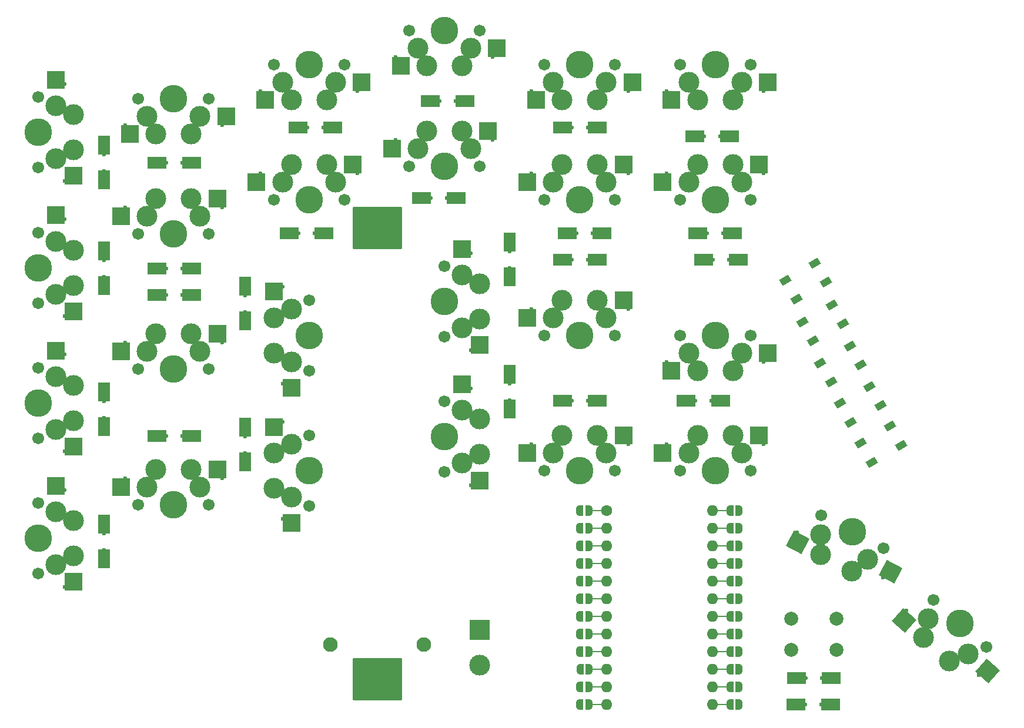
<source format=gbr>
%TF.GenerationSoftware,KiCad,Pcbnew,6.0.6-3a73a75311~116~ubuntu22.04.1*%
%TF.CreationDate,2022-07-03T12:29:08-05:00*%
%TF.ProjectId,board,626f6172-642e-46b6-9963-61645f706362,rev?*%
%TF.SameCoordinates,Original*%
%TF.FileFunction,Soldermask,Bot*%
%TF.FilePolarity,Negative*%
%FSLAX46Y46*%
G04 Gerber Fmt 4.6, Leading zero omitted, Abs format (unit mm)*
G04 Created by KiCad (PCBNEW 6.0.6-3a73a75311~116~ubuntu22.04.1) date 2022-07-03 12:29:08*
%MOMM*%
%LPD*%
G01*
G04 APERTURE LIST*
G04 Aperture macros list*
%AMRoundRect*
0 Rectangle with rounded corners*
0 $1 Rounding radius*
0 $2 $3 $4 $5 $6 $7 $8 $9 X,Y pos of 4 corners*
0 Add a 4 corners polygon primitive as box body*
4,1,4,$2,$3,$4,$5,$6,$7,$8,$9,$2,$3,0*
0 Add four circle primitives for the rounded corners*
1,1,$1+$1,$2,$3*
1,1,$1+$1,$4,$5*
1,1,$1+$1,$6,$7*
1,1,$1+$1,$8,$9*
0 Add four rect primitives between the rounded corners*
20,1,$1+$1,$2,$3,$4,$5,0*
20,1,$1+$1,$4,$5,$6,$7,0*
20,1,$1+$1,$6,$7,$8,$9,0*
20,1,$1+$1,$8,$9,$2,$3,0*%
%AMRotRect*
0 Rectangle, with rotation*
0 The origin of the aperture is its center*
0 $1 length*
0 $2 width*
0 $3 Rotation angle, in degrees counterclockwise*
0 Add horizontal line*
21,1,$1,$2,0,0,$3*%
%AMFreePoly0*
4,1,29,0.000000,0.744959,0.073905,0.744508,0.209726,0.703889,0.328688,0.626782,0.421226,0.519385,0.479903,0.390333,0.500000,0.250000,0.500000,0.125000,2.540000,0.125000,2.575502,0.119852,2.634624,0.081678,2.663753,0.017613,2.653655,-0.052035,2.607530,-0.105189,2.540000,-0.125000,0.500000,-0.125000,0.500000,-0.250000,0.499851,-0.262216,0.476331,-0.402017,0.414519,-0.529596,
0.319384,-0.634700,0.198574,-0.708877,0.061801,-0.746166,0.000000,-0.745033,0.000000,-0.750000,-0.500000,-0.750000,-0.500000,0.750000,0.000000,0.750000,0.000000,0.744959,0.000000,0.744959,$1*%
%AMFreePoly1*
4,1,22,0.500000,-0.750000,0.000000,-0.750000,0.000000,-0.745033,-0.079941,-0.743568,-0.215256,-0.701293,-0.333266,-0.622738,-0.424486,-0.514219,-0.481581,-0.384460,-0.499164,-0.250000,-0.500000,-0.250000,-0.500000,0.250000,-0.499164,0.250000,-0.499963,0.256109,-0.478152,0.396186,-0.417904,0.524511,-0.324060,0.630769,-0.204165,0.706417,-0.067858,0.745374,0.000000,0.744959,0.000000,0.750000,
0.500000,0.750000,0.500000,-0.750000,0.500000,-0.750000,$1*%
G04 Aperture macros list end*
%ADD10RoundRect,0.050800X3.500000X-3.000000X3.500000X3.000000X-3.500000X3.000000X-3.500000X-3.000000X0*%
%ADD11C,2.101600*%
%ADD12C,3.987800*%
%ADD13C,1.701800*%
%ADD14C,3.000000*%
%ADD15C,0.600000*%
%ADD16R,2.500000X2.550000*%
%ADD17R,1.700000X2.700000*%
%ADD18R,2.550000X2.500000*%
%ADD19R,2.700000X1.700000*%
%ADD20RotRect,2.550000X2.500000X152.190000*%
%ADD21RotRect,2.550000X2.500000X138.220000*%
%ADD22FreePoly0,180.000000*%
%ADD23FreePoly0,0.000000*%
%ADD24FreePoly1,180.000000*%
%ADD25O,1.600000X1.600000*%
%ADD26C,1.600000*%
%ADD27FreePoly1,0.000000*%
%ADD28RotRect,1.500000X1.000000X210.000000*%
%ADD29C,2.000000*%
%ADD30R,3.000000X3.000000*%
G04 APERTURE END LIST*
D10*
%TO.C,Battery1*%
X135890000Y-74180000D03*
X135890000Y-139180000D03*
D11*
X142620000Y-134180000D03*
%TD*%
%TO.C,Battery1*%
X129160000Y-134180000D03*
%TD*%
D12*
%TO.C,K31*%
X145560000Y-84765000D03*
D13*
X145560000Y-89845000D03*
D14*
X148100000Y-80955000D03*
X150640000Y-87305000D03*
X148100000Y-88575000D03*
D13*
X145560000Y-79685000D03*
D14*
X150640000Y-82225000D03*
D15*
X149370000Y-91750000D03*
D16*
X150640000Y-91055000D03*
X148100000Y-77205000D03*
D15*
X149370000Y-77780000D03*
%TD*%
D17*
%TO.C,D20*%
X116840000Y-102910000D03*
D15*
X116840000Y-104260000D03*
D17*
X116840000Y-107910000D03*
D15*
X116840000Y-106560000D03*
%TD*%
D12*
%TO.C,K01*%
X87060001Y-99390000D03*
D13*
X87060001Y-104470000D03*
D14*
X92140001Y-101930000D03*
X89600001Y-95580000D03*
X89600001Y-103200000D03*
D13*
X87060001Y-94310000D03*
D14*
X92140001Y-96850000D03*
D15*
X90870001Y-106375000D03*
D16*
X92140001Y-105680000D03*
X89600001Y-91830000D03*
D15*
X90870001Y-92405000D03*
%TD*%
D14*
%TO.C,K03*%
X92140000Y-62930001D03*
X92140000Y-57850001D03*
D13*
X87060000Y-65470001D03*
D12*
X87060000Y-60390001D03*
D13*
X87060000Y-55310001D03*
D14*
X89600000Y-56580001D03*
X89600000Y-64200001D03*
D15*
X90870000Y-67375001D03*
D16*
X92140000Y-66680001D03*
X89600000Y-52830001D03*
D15*
X90870000Y-53405001D03*
%TD*%
D12*
%TO.C,K42*%
X165060000Y-70140000D03*
D14*
X167600000Y-65060000D03*
X162520000Y-65060000D03*
D13*
X159980000Y-70140000D03*
X170140000Y-70140000D03*
D14*
X168870000Y-67600000D03*
X161250000Y-67600000D03*
D18*
X171350000Y-65060000D03*
D15*
X172045000Y-66330000D03*
X158075000Y-66330000D03*
D18*
X157500000Y-67600000D03*
%TD*%
D14*
%TO.C,K11*%
X109100000Y-89435000D03*
D12*
X106560000Y-94515000D03*
D14*
X104020000Y-89435000D03*
D13*
X111640000Y-94515000D03*
X101480000Y-94515000D03*
D14*
X110370000Y-91975000D03*
X102750000Y-91975000D03*
D15*
X113545000Y-90705000D03*
D18*
X112850000Y-89435000D03*
D15*
X99575000Y-90705000D03*
D18*
X99000000Y-91975000D03*
%TD*%
D19*
%TO.C,D32*%
X147280000Y-69850000D03*
D15*
X145930000Y-69850000D03*
X143630000Y-69850000D03*
D19*
X142280000Y-69850000D03*
%TD*%
D14*
%TO.C,K00*%
X89600000Y-115080000D03*
X92140000Y-121430000D03*
X89600000Y-122700000D03*
D13*
X87060000Y-123970000D03*
D14*
X92140000Y-116350000D03*
D12*
X87060000Y-118890000D03*
D13*
X87060000Y-113810000D03*
D15*
X90870000Y-125875000D03*
D16*
X92140000Y-125180000D03*
X89600000Y-111330000D03*
D15*
X90870000Y-111905000D03*
%TD*%
D14*
%TO.C,K60*%
X204214279Y-123604072D03*
X206522608Y-121949950D03*
X199782721Y-118394908D03*
D12*
X204337679Y-117925800D03*
D13*
X208830937Y-120295828D03*
D14*
X199721022Y-121234044D03*
D13*
X199844421Y-115555772D03*
D15*
X196381928Y-118036954D03*
D20*
X196404148Y-119484515D03*
D15*
X208738387Y-124554532D03*
D20*
X209839481Y-123699479D03*
%TD*%
D14*
%TO.C,K32*%
X143020000Y-60185001D03*
X141750000Y-62725001D03*
D13*
X150640000Y-65265001D03*
D14*
X149370000Y-62725001D03*
X148100000Y-60185001D03*
D12*
X145560000Y-65265001D03*
D13*
X140480000Y-65265001D03*
D18*
X151850000Y-60185001D03*
D15*
X152545000Y-61455001D03*
X138575000Y-61455001D03*
D18*
X138000000Y-62725001D03*
%TD*%
D14*
%TO.C,K10*%
X104020000Y-108935000D03*
D13*
X101480000Y-114015000D03*
D14*
X102750000Y-111475000D03*
D12*
X106560000Y-114015000D03*
D14*
X109100000Y-108935000D03*
D13*
X111640000Y-114015000D03*
D14*
X110370000Y-111475000D03*
D18*
X112850000Y-108935000D03*
D15*
X113545000Y-110205000D03*
X99575000Y-110205000D03*
D18*
X99000000Y-111475000D03*
%TD*%
D12*
%TO.C,K43*%
X165060000Y-50640000D03*
D14*
X167600000Y-55720000D03*
X162520000Y-55720000D03*
D13*
X159980000Y-50640000D03*
D14*
X168870000Y-53180000D03*
D13*
X170140000Y-50640000D03*
D14*
X161250000Y-53180000D03*
D15*
X158075000Y-54450000D03*
D18*
X158770000Y-55720000D03*
D15*
X172045000Y-54450000D03*
D18*
X172620000Y-53180000D03*
%TD*%
D15*
%TO.C,D10*%
X107830000Y-104140000D03*
D19*
X109180000Y-104140000D03*
X104180000Y-104140000D03*
D15*
X105530000Y-104140000D03*
%TD*%
D19*
%TO.C,D11*%
X109180000Y-83820000D03*
D15*
X107830000Y-83820000D03*
X105530000Y-83820000D03*
D19*
X104180000Y-83820000D03*
%TD*%
D15*
%TO.C,D03*%
X96520000Y-65920000D03*
D17*
X96520000Y-67270000D03*
X96520000Y-62270000D03*
D15*
X96520000Y-63620000D03*
%TD*%
D14*
%TO.C,K21*%
X123520000Y-93450000D03*
X120980000Y-92180000D03*
D13*
X126060000Y-94720000D03*
D14*
X120980000Y-87100000D03*
D12*
X126060000Y-89640000D03*
D13*
X126060000Y-84560000D03*
D14*
X123520000Y-85830000D03*
D16*
X120980000Y-83350000D03*
D15*
X122250000Y-82655000D03*
X122250000Y-96625000D03*
D16*
X123520000Y-97200000D03*
%TD*%
D15*
%TO.C,D40*%
X166250000Y-99060000D03*
D19*
X167600000Y-99060000D03*
X162600000Y-99060000D03*
D15*
X163950000Y-99060000D03*
%TD*%
D14*
%TO.C,K50*%
X188370000Y-106600000D03*
D12*
X184560000Y-109140000D03*
D13*
X189640000Y-109140000D03*
D14*
X180750000Y-106600000D03*
X182020000Y-104060000D03*
X187100000Y-104060000D03*
D13*
X179480000Y-109140000D03*
D18*
X190850000Y-104060000D03*
D15*
X191545000Y-105330000D03*
X177575000Y-105330000D03*
D18*
X177000000Y-106600000D03*
%TD*%
D14*
%TO.C,K33*%
X149370000Y-48305000D03*
D13*
X150640000Y-45765000D03*
X140480000Y-45765000D03*
D14*
X143020000Y-50845000D03*
X148100000Y-50845000D03*
X141750000Y-48305000D03*
D12*
X145560000Y-45765000D03*
D18*
X139270000Y-50845000D03*
D15*
X138575000Y-49575000D03*
X152545000Y-49575000D03*
D18*
X153120000Y-48305000D03*
%TD*%
D19*
%TO.C,D13*%
X109180000Y-64770000D03*
D15*
X107830000Y-64770000D03*
D19*
X104180000Y-64770000D03*
D15*
X105530000Y-64770000D03*
%TD*%
D12*
%TO.C,K61*%
X219815687Y-131116682D03*
D14*
X215282206Y-130472285D03*
D13*
X216027487Y-127732019D03*
X223603887Y-134501345D03*
D14*
X214536924Y-133212550D03*
X220964505Y-135549279D03*
X218325124Y-136597213D03*
D15*
X212068415Y-129303920D03*
D21*
X211740517Y-130714030D03*
X223760913Y-138047800D03*
D15*
X222485965Y-138611743D03*
%TD*%
D19*
%TO.C,D61*%
X196255000Y-139065000D03*
D15*
X197605000Y-139065000D03*
D19*
X201255000Y-139065000D03*
D15*
X199905000Y-139065000D03*
%TD*%
D19*
%TO.C,D12*%
X109180000Y-80010000D03*
D15*
X107830000Y-80010000D03*
X105530000Y-80010000D03*
D19*
X104180000Y-80010000D03*
%TD*%
D17*
%TO.C,D02*%
X96520000Y-82510000D03*
D15*
X96520000Y-81160000D03*
X96520000Y-78860000D03*
D17*
X96520000Y-77510000D03*
%TD*%
D15*
%TO.C,D22*%
X126880000Y-74930000D03*
D19*
X128230000Y-74930000D03*
X123230000Y-74930000D03*
D15*
X124580000Y-74930000D03*
%TD*%
D14*
%TO.C,K51*%
X182020000Y-94720000D03*
D13*
X189640000Y-89640000D03*
D14*
X188370000Y-92180000D03*
X180750000Y-92180000D03*
D12*
X184560000Y-89640000D03*
D13*
X179480000Y-89640000D03*
D14*
X187100000Y-94720000D03*
D15*
X177575000Y-93450000D03*
D18*
X178270000Y-94720000D03*
D15*
X191545000Y-93450000D03*
D18*
X192120000Y-92180000D03*
%TD*%
D15*
%TO.C,D00*%
X96520000Y-118230000D03*
D17*
X96520000Y-116880000D03*
D15*
X96520000Y-120530000D03*
D17*
X96520000Y-121880000D03*
%TD*%
%TO.C,D21*%
X116840000Y-82590000D03*
D15*
X116840000Y-83940000D03*
X116840000Y-86240000D03*
D17*
X116840000Y-87590000D03*
%TD*%
D13*
%TO.C,K22*%
X131140000Y-70140000D03*
D14*
X122250000Y-67600000D03*
D13*
X120980000Y-70140000D03*
D14*
X128600000Y-65060000D03*
X123520000Y-65060000D03*
D12*
X126060000Y-70140000D03*
D14*
X129870000Y-67600000D03*
D18*
X132350000Y-65060000D03*
D15*
X133045000Y-66330000D03*
X119075000Y-66330000D03*
D18*
X118500000Y-67600000D03*
%TD*%
D15*
%TO.C,D43*%
X166250000Y-59690000D03*
D19*
X167600000Y-59690000D03*
D15*
X163950000Y-59690000D03*
D19*
X162600000Y-59690000D03*
%TD*%
D15*
%TO.C,D51*%
X184270000Y-78740000D03*
D19*
X182920000Y-78740000D03*
D15*
X186570000Y-78740000D03*
D19*
X187920000Y-78740000D03*
%TD*%
D12*
%TO.C,K53*%
X184560000Y-50640000D03*
D13*
X179480000Y-50640000D03*
D14*
X187100000Y-55720000D03*
X182020000Y-55720000D03*
D13*
X189640000Y-50640000D03*
D14*
X188370000Y-53180000D03*
X180750000Y-53180000D03*
D18*
X178270000Y-55720000D03*
D15*
X177575000Y-54450000D03*
D18*
X192120000Y-53180000D03*
D15*
X191545000Y-54450000D03*
%TD*%
D19*
%TO.C,D52*%
X182060000Y-74930000D03*
D15*
X183410000Y-74930000D03*
X185710000Y-74930000D03*
D19*
X187060000Y-74930000D03*
%TD*%
D15*
%TO.C,D30*%
X154940000Y-96640000D03*
D17*
X154940000Y-95290000D03*
D15*
X154940000Y-98940000D03*
D17*
X154940000Y-100290000D03*
%TD*%
D19*
%TO.C,D60*%
X196215000Y-142875000D03*
D15*
X197565000Y-142875000D03*
X199865000Y-142875000D03*
D19*
X201215000Y-142875000D03*
%TD*%
D12*
%TO.C,K20*%
X126060000Y-109140000D03*
D14*
X120980000Y-111680000D03*
X120980000Y-106600000D03*
X123520000Y-112950000D03*
D13*
X126060000Y-104060000D03*
X126060000Y-114220000D03*
D14*
X123520000Y-105330000D03*
D15*
X122250000Y-102155000D03*
D16*
X120980000Y-102850000D03*
X123520000Y-116700000D03*
D15*
X122250000Y-116125000D03*
%TD*%
D12*
%TO.C,K30*%
X145560000Y-104265000D03*
D14*
X148100000Y-100455000D03*
X148100000Y-108075000D03*
D13*
X145560000Y-109345000D03*
X145560000Y-99185000D03*
D14*
X150640000Y-106805000D03*
X150640000Y-101725000D03*
D15*
X149370000Y-111250000D03*
D16*
X150640000Y-110555000D03*
X148100000Y-96705000D03*
D15*
X149370000Y-97280000D03*
%TD*%
D19*
%TO.C,D23*%
X129500000Y-59690000D03*
D15*
X128150000Y-59690000D03*
D19*
X124500000Y-59690000D03*
D15*
X125850000Y-59690000D03*
%TD*%
D19*
%TO.C,D50*%
X180380000Y-99060000D03*
D15*
X181730000Y-99060000D03*
D19*
X185380000Y-99060000D03*
D15*
X184030000Y-99060000D03*
%TD*%
%TO.C,D53*%
X183000000Y-60960000D03*
D19*
X181650000Y-60960000D03*
D15*
X185300000Y-60960000D03*
D19*
X186650000Y-60960000D03*
%TD*%
D14*
%TO.C,K40*%
X161250000Y-106600000D03*
X167600000Y-104060000D03*
D12*
X165060000Y-109140000D03*
D14*
X162520000Y-104060000D03*
D13*
X159980000Y-109140000D03*
X170140000Y-109140000D03*
D14*
X168870000Y-106600000D03*
D15*
X172045000Y-105330000D03*
D18*
X171350000Y-104060000D03*
D15*
X158075000Y-105330000D03*
D18*
X157500000Y-106600000D03*
%TD*%
D22*
%TO.C,Nice!NanoV2*%
X186690000Y-135255000D03*
X186690000Y-140335000D03*
D23*
X166370000Y-135255000D03*
D22*
X186690000Y-130175000D03*
D24*
X187990000Y-132715000D03*
D23*
X166370000Y-120015000D03*
D25*
X184150000Y-135255000D03*
X168910000Y-132715000D03*
X168910000Y-140335000D03*
D22*
X186690000Y-125095000D03*
X186690000Y-114935000D03*
D25*
X184150000Y-114935000D03*
D23*
X166370000Y-132715000D03*
D26*
X168910000Y-114935000D03*
D25*
X184150000Y-132715000D03*
X184150000Y-140335000D03*
D22*
X186690000Y-132715000D03*
D25*
X168910000Y-130175000D03*
D24*
X187990000Y-127635000D03*
D25*
X184150000Y-127635000D03*
D27*
X165070000Y-142875000D03*
D22*
X186690000Y-122555000D03*
D25*
X184150000Y-142875000D03*
X168910000Y-120015000D03*
D23*
X166370000Y-122555000D03*
X166370000Y-114935000D03*
D22*
X186690000Y-117475000D03*
D23*
X166370000Y-117475000D03*
D25*
X168910000Y-122555000D03*
D24*
X187990000Y-117475000D03*
D25*
X168910000Y-137795000D03*
D23*
X166370000Y-130175000D03*
D25*
X184150000Y-117475000D03*
X184150000Y-137795000D03*
D23*
X166370000Y-125095000D03*
X166370000Y-142875000D03*
D22*
X186690000Y-120015000D03*
D24*
X187990000Y-130175000D03*
D23*
X166400444Y-137789746D03*
X166370000Y-140335000D03*
D22*
X186690000Y-127635000D03*
X186690000Y-137795000D03*
D25*
X168910000Y-135255000D03*
X184150000Y-120015000D03*
X184150000Y-130175000D03*
D22*
X186690000Y-142875000D03*
D24*
X187990000Y-125095000D03*
D25*
X168910000Y-125095000D03*
X168910000Y-127635000D03*
X184150000Y-122555000D03*
X184150000Y-125095000D03*
X168910000Y-117475000D03*
D23*
X166370000Y-127635000D03*
D25*
X168910000Y-142875000D03*
D24*
X187990000Y-114935000D03*
X187990000Y-120015000D03*
X187990000Y-122555000D03*
X187990000Y-135255000D03*
X187990000Y-137795000D03*
X187990000Y-140335000D03*
X187990000Y-142875000D03*
D27*
X165070000Y-140335000D03*
X165100444Y-137789746D03*
X165070000Y-135255000D03*
X165070000Y-132715000D03*
X165070000Y-130175000D03*
X165070000Y-127635000D03*
X165070000Y-125095000D03*
X165070000Y-122555000D03*
X165070000Y-120015000D03*
X165070000Y-117475000D03*
X165070000Y-114935000D03*
%TD*%
D14*
%TO.C,K52*%
X187100000Y-65059999D03*
X180750000Y-67599999D03*
D13*
X189640000Y-70139999D03*
D12*
X184560000Y-70139999D03*
D13*
X179480000Y-70139999D03*
D14*
X182020000Y-65059999D03*
X188370000Y-67599999D03*
D18*
X190850000Y-65059999D03*
D15*
X191545000Y-66329999D03*
X177575000Y-66329999D03*
D18*
X177000000Y-67599999D03*
%TD*%
D15*
%TO.C,D41*%
X166250000Y-78740000D03*
D19*
X167600000Y-78740000D03*
X162600000Y-78740000D03*
D15*
X163950000Y-78740000D03*
%TD*%
%TO.C,D42*%
X166885000Y-74930000D03*
D19*
X168235000Y-74930000D03*
X163235000Y-74930000D03*
D15*
X164585000Y-74930000D03*
%TD*%
D14*
%TO.C,K02*%
X92140000Y-77350000D03*
X89600000Y-83700000D03*
D13*
X87060000Y-84970000D03*
X87060000Y-74810000D03*
D14*
X89600000Y-76080000D03*
D12*
X87060000Y-79890000D03*
D14*
X92140000Y-82430000D03*
D16*
X92140000Y-86180000D03*
D15*
X90870000Y-86875000D03*
X90870000Y-72905000D03*
D16*
X89600000Y-72330000D03*
%TD*%
D14*
%TO.C,K13*%
X104020000Y-60595000D03*
X102750000Y-58055000D03*
D13*
X101480000Y-55515000D03*
D14*
X110370000Y-58055000D03*
D13*
X111640000Y-55515000D03*
D12*
X106560000Y-55515000D03*
D14*
X109100000Y-60595000D03*
D18*
X100270000Y-60595000D03*
D15*
X99575000Y-59325000D03*
X113545000Y-59325000D03*
D18*
X114120000Y-58055000D03*
%TD*%
D13*
%TO.C,K23*%
X120980000Y-50640000D03*
D14*
X123520000Y-55720000D03*
X122250000Y-53180000D03*
X129870000Y-53180000D03*
D13*
X131140000Y-50640000D03*
D14*
X128600000Y-55720000D03*
D12*
X126060000Y-50640000D03*
D15*
X119075000Y-54450000D03*
D18*
X119770000Y-55720000D03*
X133620000Y-53180000D03*
D15*
X133045000Y-54450000D03*
%TD*%
%TO.C,D01*%
X96520000Y-99180000D03*
D17*
X96520000Y-97830000D03*
X96520000Y-102830000D03*
D15*
X96520000Y-101480000D03*
%TD*%
D13*
%TO.C,K41*%
X170140000Y-89640000D03*
X159980000Y-89640000D03*
D12*
X165060000Y-89640000D03*
D14*
X168870000Y-87100000D03*
X167600000Y-84560000D03*
X162520000Y-84560000D03*
X161250000Y-87100000D03*
D15*
X172045000Y-85830000D03*
D18*
X171350000Y-84560000D03*
X157500000Y-87100000D03*
D15*
X158075000Y-85830000D03*
%TD*%
D13*
%TO.C,K12*%
X101480000Y-75015000D03*
D14*
X109100000Y-69935000D03*
D13*
X111640000Y-75015000D03*
D12*
X106560000Y-75015000D03*
D14*
X104020000Y-69935000D03*
X110370000Y-72475000D03*
X102750000Y-72475000D03*
D15*
X113545000Y-71205000D03*
D18*
X112850000Y-69935000D03*
X99000000Y-72475000D03*
D15*
X99575000Y-71205000D03*
%TD*%
D17*
%TO.C,D31*%
X154940000Y-76240000D03*
D15*
X154940000Y-77590000D03*
D17*
X154940000Y-81240000D03*
D15*
X154940000Y-79890000D03*
%TD*%
D19*
%TO.C,D33*%
X148550000Y-55880000D03*
D15*
X147200000Y-55880000D03*
D19*
X143550000Y-55880000D03*
D15*
X144900000Y-55880000D03*
%TD*%
D28*
%TO.C,LED0*%
X209760146Y-102724468D03*
X211360146Y-105495750D03*
X207116622Y-107945750D03*
X205516622Y-105174468D03*
%TD*%
%TO.C,LED1*%
X206750062Y-96992023D03*
X208350062Y-99763305D03*
X204106538Y-102213305D03*
X202506538Y-99442023D03*
%TD*%
%TO.C,LED2*%
X203939775Y-91159032D03*
X205539775Y-93930314D03*
X201296251Y-96380314D03*
X199696251Y-93609032D03*
%TD*%
D29*
%TO.C,Reset1*%
X195505000Y-130465000D03*
X202005000Y-130465000D03*
X195505000Y-134965000D03*
X202005000Y-134965000D03*
%TD*%
D30*
%TO.C,BatteryJmp1*%
X150642352Y-132080000D03*
D14*
X150642352Y-137160000D03*
%TD*%
D28*
%TO.C,LED4*%
X198931762Y-79219359D03*
X200531762Y-81990641D03*
X196288238Y-84440641D03*
X194688238Y-81669359D03*
%TD*%
%TO.C,LED3*%
X201332637Y-85232453D03*
X202932637Y-88003735D03*
X198689113Y-90453735D03*
X197089113Y-87682453D03*
%TD*%
M02*

</source>
